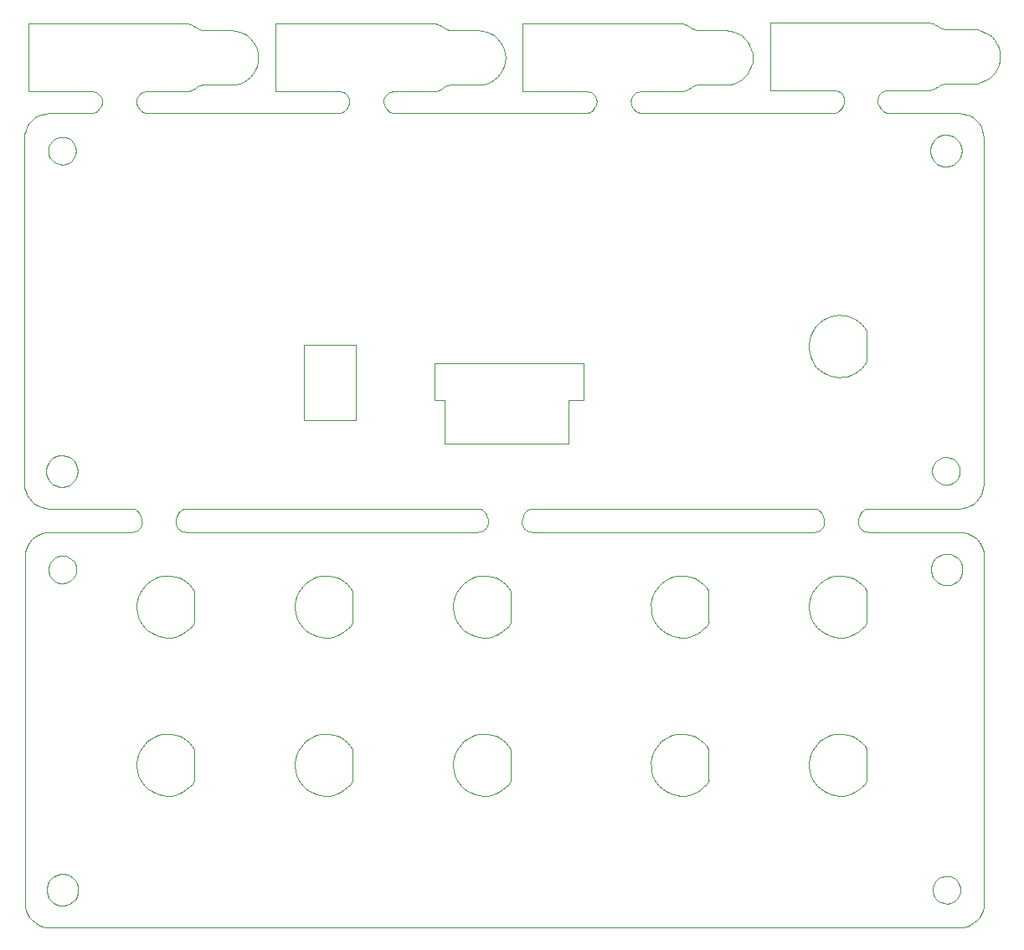
<source format=gko>
%MOIN*%
%OFA0B0*%
%FSLAX44Y44*%
%IPPOS*%
%LPD*%
%ADD10C,0*%
D10*
X00036883Y00017902D02*
X00036883Y00017902D01*
X00036764Y00017908D01*
X00036649Y00017940D01*
X00036544Y00017996D01*
X00036453Y00018073D01*
X00036381Y00018168D01*
X00036331Y00018276D01*
X00036305Y00018393D01*
X00036305Y00018512D01*
X00036331Y00018628D01*
X00036381Y00018737D01*
X00036453Y00018831D01*
X00036544Y00018909D01*
X00036649Y00018964D01*
X00036764Y00018996D01*
X00036883Y00019003D01*
X00037001Y00018983D01*
X00037111Y00018939D01*
X00037210Y00018872D01*
X00037292Y00018786D01*
X00037353Y00018684D01*
X00037391Y00018571D01*
X00037404Y00018452D01*
X00037391Y00018334D01*
X00037353Y00018221D01*
X00037292Y00018119D01*
X00037210Y00018032D01*
X00037111Y00017965D01*
X00037001Y00017921D01*
X00036883Y00017902D01*
X00001690Y00017817D02*
X00001690Y00017817D01*
X00001554Y00017825D01*
X00001422Y00017861D01*
X00001302Y00017925D01*
X00001198Y00018013D01*
X00001116Y00018122D01*
X00001058Y00018245D01*
X00001029Y00018378D01*
X00001029Y00018515D01*
X00001058Y00018648D01*
X00001116Y00018771D01*
X00001198Y00018880D01*
X00001302Y00018968D01*
X00001422Y00019032D01*
X00001554Y00019068D01*
X00001690Y00019075D01*
X00001824Y00019053D01*
X00001950Y00019003D01*
X00002063Y00018926D01*
X00002157Y00018828D01*
X00002227Y00018711D01*
X00002271Y00018582D01*
X00002285Y00018446D01*
X00002271Y00018311D01*
X00002227Y00018182D01*
X00002157Y00018065D01*
X00002063Y00017966D01*
X00001950Y00017890D01*
X00001824Y00017839D01*
X00001690Y00017817D01*
X00016894Y00019543D02*
X00016894Y00019543D01*
X00016894Y00021275D01*
X00016500Y00021275D01*
X00016500Y00022732D01*
X00022406Y00022732D01*
X00022406Y00021275D01*
X00021815Y00021275D01*
X00021815Y00019543D01*
X00016894Y00019543D01*
X00011303Y00020488D02*
X00011303Y00020488D01*
X00011303Y00023480D01*
X00013351Y00023480D01*
X00013351Y00020488D01*
X00011303Y00020488D01*
X00032583Y00022190D02*
X00032583Y00022190D01*
X00032419Y00022205D01*
X00032258Y00022243D01*
X00032103Y00022301D01*
X00031958Y00022380D01*
X00031824Y00022477D01*
X00031705Y00022592D01*
X00031602Y00022721D01*
X00031517Y00022863D01*
X00031452Y00023015D01*
X00031408Y00023174D01*
X00031385Y00023338D01*
X00031384Y00023503D01*
X00031406Y00023667D01*
X00031449Y00023826D01*
X00031513Y00023979D01*
X00031597Y00024121D01*
X00031699Y00024251D01*
X00031818Y00024366D01*
X00031950Y00024465D01*
X00032095Y00024544D01*
X00032249Y00024604D01*
X00032410Y00024643D01*
X00032574Y00024660D01*
X00032740Y00024654D01*
X00032903Y00024627D01*
X00033060Y00024578D01*
X00033210Y00024509D01*
X00033350Y00024420D01*
X00033476Y00024313D01*
X00033587Y00024191D01*
X00033681Y00024055D01*
X00033685Y00022803D01*
X00033685Y00022802D01*
X00033592Y00022665D01*
X00033482Y00022542D01*
X00033357Y00022435D01*
X00033218Y00022345D01*
X00033069Y00022274D01*
X00032911Y00022224D01*
X00032748Y00022196D01*
X00032583Y00022190D01*
X00001686Y00030658D02*
X00001686Y00030658D01*
X00001567Y00030664D01*
X00001452Y00030696D01*
X00001347Y00030752D01*
X00001256Y00030829D01*
X00001184Y00030924D01*
X00001134Y00031032D01*
X00001108Y00031149D01*
X00001108Y00031268D01*
X00001134Y00031384D01*
X00001184Y00031492D01*
X00001256Y00031587D01*
X00001347Y00031664D01*
X00001452Y00031720D01*
X00001567Y00031752D01*
X00001686Y00031759D01*
X00001804Y00031739D01*
X00001915Y00031695D01*
X00002013Y00031628D01*
X00002095Y00031542D01*
X00002157Y00031440D01*
X00002195Y00031327D01*
X00002208Y00031208D01*
X00002195Y00031090D01*
X00002157Y00030977D01*
X00002095Y00030875D01*
X00002013Y00030788D01*
X00001915Y00030721D01*
X00001804Y00030677D01*
X00001686Y00030658D01*
X00036887Y00030579D02*
X00036887Y00030579D01*
X00036751Y00030587D01*
X00036620Y00030623D01*
X00036500Y00030687D01*
X00036396Y00030775D01*
X00036313Y00030883D01*
X00036256Y00031007D01*
X00036227Y00031140D01*
X00036227Y00031276D01*
X00036256Y00031409D01*
X00036313Y00031533D01*
X00036396Y00031641D01*
X00036500Y00031730D01*
X00036620Y00031793D01*
X00036751Y00031830D01*
X00036887Y00031837D01*
X00037022Y00031815D01*
X00037148Y00031765D01*
X00037261Y00031688D01*
X00037355Y00031589D01*
X00037425Y00031473D01*
X00037468Y00031344D01*
X00037483Y00031208D01*
X00037468Y00031073D01*
X00037425Y00030944D01*
X00037355Y00030827D01*
X00037261Y00030728D01*
X00037148Y00030652D01*
X00037022Y00030601D01*
X00036887Y00030579D01*
X00032341Y00032704D02*
X00032341Y00032704D01*
X00024744Y00032704D01*
X00024744Y00032704D01*
X00024726Y00032705D01*
X00024707Y00032706D01*
X00024688Y00032708D01*
X00024669Y00032712D01*
X00024650Y00032716D01*
X00024632Y00032721D01*
X00024614Y00032727D01*
X00024596Y00032733D01*
X00024579Y00032741D01*
X00024562Y00032749D01*
X00024545Y00032758D01*
X00024529Y00032768D01*
X00024513Y00032779D01*
X00024498Y00032791D01*
X00024484Y00032803D01*
X00024470Y00032816D01*
X00024457Y00032829D01*
X00024444Y00032844D01*
X00024432Y00032858D01*
X00024421Y00032874D01*
X00024371Y00032946D01*
X00024349Y00032982D01*
X00024330Y00033021D01*
X00024316Y00033061D01*
X00024307Y00033103D01*
X00024302Y00033145D01*
X00024302Y00033188D01*
X00024306Y00033231D01*
X00024315Y00033273D01*
X00024328Y00033313D01*
X00024346Y00033352D01*
X00024368Y00033389D01*
X00024394Y00033423D01*
X00024423Y00033455D01*
X00024456Y00033482D01*
X00024491Y00033507D01*
X00024529Y00033527D01*
X00024569Y00033543D01*
X00024610Y00033554D01*
X00024652Y00033561D01*
X00024695Y00033563D01*
X00026239Y00033563D01*
X00026286Y00033566D01*
X00026332Y00033572D01*
X00026378Y00033580D01*
X00026423Y00033592D01*
X00026468Y00033606D01*
X00026512Y00033623D01*
X00026554Y00033642D01*
X00026595Y00033665D01*
X00026635Y00033690D01*
X00026673Y00033717D01*
X00026706Y00033739D01*
X00026740Y00033760D01*
X00026776Y00033778D01*
X00026812Y00033794D01*
X00026850Y00033808D01*
X00026888Y00033819D01*
X00026927Y00033828D01*
X00026967Y00033834D01*
X00027007Y00033838D01*
X00027047Y00033840D01*
X00028070Y00033840D01*
X00028070Y00033839D01*
X00028240Y00033852D01*
X00028405Y00033892D01*
X00028562Y00033957D01*
X00028706Y00034046D01*
X00028836Y00034156D01*
X00028946Y00034285D01*
X00029035Y00034430D01*
X00029100Y00034587D01*
X00029139Y00034752D01*
X00029153Y00034921D01*
X00029139Y00035091D01*
X00029100Y00035256D01*
X00029035Y00035413D01*
X00028946Y00035557D01*
X00028836Y00035686D01*
X00028706Y00035797D01*
X00028562Y00035885D01*
X00028405Y00035950D01*
X00028240Y00035990D01*
X00028070Y00036003D01*
X00027047Y00036003D01*
X00027006Y00036005D01*
X00026965Y00036009D01*
X00026925Y00036015D01*
X00026885Y00036024D01*
X00026845Y00036036D01*
X00026807Y00036050D01*
X00026769Y00036067D01*
X00026733Y00036086D01*
X00026698Y00036108D01*
X00026665Y00036131D01*
X00026627Y00036157D01*
X00026588Y00036181D01*
X00026548Y00036202D01*
X00026506Y00036221D01*
X00026463Y00036237D01*
X00026419Y00036251D01*
X00026375Y00036262D01*
X00026330Y00036270D01*
X00026285Y00036275D01*
X00026239Y00036278D01*
X00019999Y00036278D01*
X00020000Y00033562D01*
X00020000Y00033563D01*
X00022548Y00033563D01*
X00022591Y00033561D01*
X00022633Y00033554D01*
X00022675Y00033543D01*
X00022714Y00033527D01*
X00022752Y00033507D01*
X00022788Y00033482D01*
X00022820Y00033455D01*
X00022849Y00033423D01*
X00022875Y00033389D01*
X00022897Y00033352D01*
X00022915Y00033313D01*
X00022928Y00033273D01*
X00022937Y00033231D01*
X00022942Y00033188D01*
X00022941Y00033145D01*
X00022936Y00033103D01*
X00022927Y00033061D01*
X00022913Y00033021D01*
X00022894Y00032982D01*
X00022872Y00032946D01*
X00022822Y00032874D01*
X00022811Y00032858D01*
X00022799Y00032844D01*
X00022786Y00032829D01*
X00022773Y00032816D01*
X00022759Y00032803D01*
X00022745Y00032791D01*
X00022730Y00032779D01*
X00022714Y00032768D01*
X00022698Y00032758D01*
X00022681Y00032749D01*
X00022664Y00032741D01*
X00022647Y00032733D01*
X00022629Y00032727D01*
X00022611Y00032721D01*
X00022593Y00032716D01*
X00022574Y00032712D01*
X00022555Y00032708D01*
X00022537Y00032706D01*
X00022518Y00032705D01*
X00022499Y00032704D01*
X00022499Y00032704D01*
X00014902Y00032704D01*
X00014902Y00032704D01*
X00014883Y00032705D01*
X00014864Y00032706D01*
X00014845Y00032708D01*
X00014826Y00032712D01*
X00014808Y00032716D01*
X00014790Y00032721D01*
X00014772Y00032727D01*
X00014754Y00032733D01*
X00014736Y00032741D01*
X00014719Y00032749D01*
X00014703Y00032758D01*
X00014687Y00032768D01*
X00014671Y00032779D01*
X00014656Y00032791D01*
X00014641Y00032803D01*
X00014627Y00032816D01*
X00014614Y00032829D01*
X00014601Y00032844D01*
X00014590Y00032858D01*
X00014578Y00032874D01*
X00014529Y00032946D01*
X00014506Y00032982D01*
X00014488Y00033021D01*
X00014474Y00033061D01*
X00014464Y00033103D01*
X00014459Y00033145D01*
X00014459Y00033188D01*
X00014463Y00033231D01*
X00014472Y00033273D01*
X00014486Y00033313D01*
X00014504Y00033352D01*
X00014525Y00033389D01*
X00014551Y00033423D01*
X00014581Y00033455D01*
X00014613Y00033482D01*
X00014648Y00033507D01*
X00014686Y00033527D01*
X00014726Y00033543D01*
X00014767Y00033554D01*
X00014810Y00033561D01*
X00014852Y00033563D01*
X00016397Y00033563D01*
X00016443Y00033566D01*
X00016490Y00033572D01*
X00016536Y00033580D01*
X00016581Y00033592D01*
X00016626Y00033606D01*
X00016669Y00033623D01*
X00016712Y00033642D01*
X00016753Y00033665D01*
X00016792Y00033690D01*
X00016830Y00033717D01*
X00016863Y00033739D01*
X00016898Y00033760D01*
X00016933Y00033778D01*
X00016970Y00033794D01*
X00017007Y00033808D01*
X00017046Y00033819D01*
X00017085Y00033828D01*
X00017124Y00033834D01*
X00017164Y00033838D01*
X00017204Y00033840D01*
X00018228Y00033840D01*
X00018228Y00033839D01*
X00018397Y00033852D01*
X00018562Y00033892D01*
X00018719Y00033957D01*
X00018864Y00034046D01*
X00018993Y00034156D01*
X00019103Y00034285D01*
X00019192Y00034430D01*
X00019257Y00034587D01*
X00019297Y00034752D01*
X00019310Y00034921D01*
X00019297Y00035091D01*
X00019257Y00035256D01*
X00019192Y00035413D01*
X00019103Y00035557D01*
X00018993Y00035686D01*
X00018864Y00035797D01*
X00018719Y00035885D01*
X00018562Y00035950D01*
X00018397Y00035990D01*
X00018228Y00036003D01*
X00017204Y00036003D01*
X00017163Y00036005D01*
X00017122Y00036009D01*
X00017082Y00036015D01*
X00017042Y00036024D01*
X00017003Y00036036D01*
X00016964Y00036050D01*
X00016927Y00036067D01*
X00016891Y00036086D01*
X00016856Y00036108D01*
X00016822Y00036131D01*
X00016785Y00036157D01*
X00016746Y00036181D01*
X00016705Y00036202D01*
X00016663Y00036221D01*
X00016621Y00036237D01*
X00016577Y00036251D01*
X00016532Y00036262D01*
X00016487Y00036270D01*
X00016442Y00036275D01*
X00016396Y00036278D01*
X00010156Y00036278D01*
X00010157Y00033562D01*
X00010157Y00033563D01*
X00012706Y00033563D01*
X00012749Y00033561D01*
X00012791Y00033554D01*
X00012832Y00033543D01*
X00012872Y00033527D01*
X00012910Y00033507D01*
X00012945Y00033482D01*
X00012978Y00033455D01*
X00013007Y00033423D01*
X00013033Y00033389D01*
X00013055Y00033352D01*
X00013072Y00033313D01*
X00013086Y00033273D01*
X00013095Y00033231D01*
X00013099Y00033188D01*
X00013099Y00033145D01*
X00013094Y00033103D01*
X00013084Y00033061D01*
X00013070Y00033021D01*
X00013052Y00032982D01*
X00013029Y00032946D01*
X00012980Y00032874D01*
X00012969Y00032858D01*
X00012957Y00032844D01*
X00012944Y00032829D01*
X00012931Y00032816D01*
X00012917Y00032803D01*
X00012902Y00032791D01*
X00012887Y00032779D01*
X00012871Y00032768D01*
X00012855Y00032758D01*
X00012839Y00032749D01*
X00012822Y00032741D01*
X00012804Y00032733D01*
X00012787Y00032727D01*
X00012768Y00032721D01*
X00012750Y00032716D01*
X00012732Y00032712D01*
X00012713Y00032708D01*
X00012694Y00032706D01*
X00012675Y00032705D01*
X00012656Y00032704D01*
X00012656Y00032704D01*
X00005059Y00032704D01*
X00005040Y00032705D01*
X00005022Y00032706D01*
X00005003Y00032708D01*
X00004984Y00032712D01*
X00004965Y00032716D01*
X00004947Y00032721D01*
X00004929Y00032727D01*
X00004911Y00032733D01*
X00004894Y00032741D01*
X00004877Y00032749D01*
X00004860Y00032758D01*
X00004844Y00032768D01*
X00004828Y00032779D01*
X00004813Y00032791D01*
X00004799Y00032803D01*
X00004785Y00032816D01*
X00004772Y00032829D01*
X00004759Y00032844D01*
X00004747Y00032858D01*
X00004736Y00032874D01*
X00004686Y00032946D01*
X00004664Y00032982D01*
X00004645Y00033021D01*
X00004631Y00033061D01*
X00004622Y00033103D01*
X00004617Y00033145D01*
X00004616Y00033188D01*
X00004621Y00033231D01*
X00004630Y00033273D01*
X00004643Y00033313D01*
X00004661Y00033352D01*
X00004683Y00033389D01*
X00004709Y00033423D01*
X00004738Y00033455D01*
X00004771Y00033482D01*
X00004806Y00033507D01*
X00004844Y00033527D01*
X00004883Y00033543D01*
X00004925Y00033554D01*
X00004967Y00033561D01*
X00005010Y00033563D01*
X00006554Y00033563D01*
X00006601Y00033566D01*
X00006647Y00033572D01*
X00006693Y00033580D01*
X00006738Y00033592D01*
X00006783Y00033606D01*
X00006827Y00033623D01*
X00006869Y00033642D01*
X00006910Y00033665D01*
X00006950Y00033690D01*
X00006988Y00033717D01*
X00007021Y00033739D01*
X00007055Y00033760D01*
X00007091Y00033778D01*
X00007127Y00033794D01*
X00007165Y00033808D01*
X00007203Y00033819D01*
X00007242Y00033828D01*
X00007282Y00033834D01*
X00007322Y00033838D01*
X00007362Y00033840D01*
X00008385Y00033840D01*
X00008385Y00033839D01*
X00008555Y00033852D01*
X00008720Y00033892D01*
X00008877Y00033957D01*
X00009021Y00034046D01*
X00009151Y00034156D01*
X00009261Y00034285D01*
X00009350Y00034430D01*
X00009415Y00034587D01*
X00009454Y00034752D01*
X00009468Y00034921D01*
X00009454Y00035091D01*
X00009415Y00035256D01*
X00009350Y00035413D01*
X00009261Y00035557D01*
X00009151Y00035686D01*
X00009021Y00035797D01*
X00008877Y00035885D01*
X00008720Y00035950D01*
X00008555Y00035990D01*
X00008385Y00036003D01*
X00007362Y00036003D01*
X00007321Y00036005D01*
X00007280Y00036009D01*
X00007239Y00036015D01*
X00007200Y00036024D01*
X00007160Y00036036D01*
X00007122Y00036050D01*
X00007084Y00036067D01*
X00007048Y00036086D01*
X00007013Y00036108D01*
X00006980Y00036131D01*
X00006942Y00036157D01*
X00006903Y00036181D01*
X00006863Y00036202D01*
X00006821Y00036221D01*
X00006778Y00036237D01*
X00006734Y00036251D01*
X00006690Y00036262D01*
X00006645Y00036270D01*
X00006599Y00036275D01*
X00006554Y00036278D01*
X00000314Y00036278D01*
X00000314Y00033562D01*
X00000314Y00033563D01*
X00002863Y00033563D01*
X00002906Y00033561D01*
X00002948Y00033554D01*
X00002990Y00033543D01*
X00003029Y00033527D01*
X00003067Y00033507D01*
X00003102Y00033482D01*
X00003135Y00033455D01*
X00003164Y00033423D01*
X00003190Y00033389D01*
X00003212Y00033352D01*
X00003230Y00033313D01*
X00003243Y00033273D01*
X00003252Y00033231D01*
X00003257Y00033188D01*
X00003256Y00033145D01*
X00003251Y00033103D01*
X00003242Y00033061D01*
X00003228Y00033021D01*
X00003209Y00032982D01*
X00003187Y00032946D01*
X00003137Y00032874D01*
X00003126Y00032858D01*
X00003114Y00032844D01*
X00003101Y00032829D01*
X00003088Y00032816D01*
X00003074Y00032803D01*
X00003060Y00032791D01*
X00003045Y00032779D01*
X00003029Y00032768D01*
X00003013Y00032758D01*
X00002996Y00032749D01*
X00002979Y00032741D01*
X00002962Y00032733D01*
X00002944Y00032727D01*
X00002926Y00032721D01*
X00002908Y00032716D01*
X00002889Y00032712D01*
X00002870Y00032708D01*
X00002851Y00032706D01*
X00002833Y00032705D01*
X00002814Y00032704D01*
X00001145Y00032704D01*
X00000991Y00032692D01*
X00000840Y00032656D01*
X00000698Y00032597D01*
X00000566Y00032516D01*
X00000449Y00032416D01*
X00000348Y00032299D01*
X00000268Y00032167D01*
X00000208Y00032024D01*
X00000172Y00031874D01*
X00000160Y00031720D01*
X00000160Y00017941D01*
X00000172Y00017787D01*
X00000208Y00017636D01*
X00000268Y00017494D01*
X00000348Y00017362D01*
X00000449Y00017245D01*
X00000566Y00017144D01*
X00000698Y00017064D01*
X00000840Y00017004D01*
X00000991Y00016968D01*
X00001145Y00016956D01*
X00004408Y00016956D01*
X00004408Y00016956D01*
X00004434Y00016955D01*
X00004459Y00016953D01*
X00004485Y00016949D01*
X00004510Y00016943D01*
X00004535Y00016935D01*
X00004559Y00016926D01*
X00004582Y00016915D01*
X00004605Y00016903D01*
X00004627Y00016890D01*
X00004648Y00016875D01*
X00004668Y00016858D01*
X00004687Y00016840D01*
X00004705Y00016821D01*
X00004721Y00016801D01*
X00004736Y00016780D01*
X00004749Y00016758D01*
X00004762Y00016736D01*
X00004772Y00016712D01*
X00004781Y00016688D01*
X00004789Y00016663D01*
X00004827Y00016519D01*
X00004834Y00016484D01*
X00004838Y00016448D01*
X00004840Y00016412D01*
X00004837Y00016377D01*
X00004832Y00016341D01*
X00004823Y00016306D01*
X00004811Y00016272D01*
X00004796Y00016239D01*
X00004778Y00016208D01*
X00004758Y00016179D01*
X00004735Y00016151D01*
X00004709Y00016126D01*
X00004681Y00016103D01*
X00004651Y00016083D01*
X00004620Y00016066D01*
X00004587Y00016051D01*
X00004553Y00016040D01*
X00004518Y00016032D01*
X00004482Y00016027D01*
X00004446Y00016025D01*
X00004446Y00016025D01*
X00001163Y00016025D01*
X00001009Y00016013D01*
X00000859Y00015977D01*
X00000716Y00015918D01*
X00000585Y00015837D01*
X00000467Y00015737D01*
X00000367Y00015619D01*
X00000286Y00015488D01*
X00000227Y00015345D01*
X00000191Y00015195D01*
X00000179Y00015041D01*
X00000179Y00001261D01*
X00000191Y00001107D01*
X00000227Y00000957D01*
X00000286Y00000815D01*
X00000367Y00000683D01*
X00000467Y00000565D01*
X00000585Y00000465D01*
X00000716Y00000384D01*
X00000859Y00000325D01*
X00001009Y00000289D01*
X00001163Y00000277D01*
X00037384Y00000277D01*
X00037538Y00000289D01*
X00037688Y00000325D01*
X00037831Y00000384D01*
X00037962Y00000465D01*
X00038080Y00000565D01*
X00038180Y00000683D01*
X00038261Y00000815D01*
X00038320Y00000957D01*
X00038356Y00001107D01*
X00038368Y00001261D01*
X00038368Y00015041D01*
X00038356Y00015195D01*
X00038320Y00015345D01*
X00038261Y00015488D01*
X00038180Y00015619D01*
X00038080Y00015737D01*
X00037962Y00015837D01*
X00037831Y00015918D01*
X00037688Y00015977D01*
X00037538Y00016013D01*
X00037384Y00016025D01*
X00033742Y00016025D01*
X00033706Y00016027D01*
X00033670Y00016032D01*
X00033635Y00016040D01*
X00033601Y00016051D01*
X00033568Y00016066D01*
X00033537Y00016083D01*
X00033507Y00016103D01*
X00033479Y00016126D01*
X00033453Y00016151D01*
X00033430Y00016179D01*
X00033410Y00016208D01*
X00033392Y00016239D01*
X00033377Y00016272D01*
X00033365Y00016306D01*
X00033356Y00016341D01*
X00033351Y00016377D01*
X00033348Y00016412D01*
X00033349Y00016448D01*
X00033354Y00016484D01*
X00033361Y00016519D01*
X00033399Y00016663D01*
X00033407Y00016688D01*
X00033416Y00016712D01*
X00033426Y00016736D01*
X00033439Y00016758D01*
X00033452Y00016780D01*
X00033467Y00016801D01*
X00033483Y00016821D01*
X00033501Y00016840D01*
X00033520Y00016858D01*
X00033540Y00016875D01*
X00033561Y00016890D01*
X00033583Y00016903D01*
X00033605Y00016915D01*
X00033629Y00016926D01*
X00033653Y00016935D01*
X00033678Y00016943D01*
X00033703Y00016949D01*
X00033729Y00016953D01*
X00033754Y00016955D01*
X00033780Y00016956D01*
X00037365Y00016956D01*
X00037519Y00016968D01*
X00037669Y00017004D01*
X00037812Y00017064D01*
X00037944Y00017144D01*
X00038061Y00017245D01*
X00038161Y00017362D01*
X00038242Y00017494D01*
X00038301Y00017636D01*
X00038337Y00017787D01*
X00038349Y00017941D01*
X00038349Y00031720D01*
X00038337Y00031874D01*
X00038301Y00032024D01*
X00038242Y00032167D01*
X00038161Y00032299D01*
X00038061Y00032416D01*
X00037944Y00032516D01*
X00037812Y00032597D01*
X00037669Y00032656D01*
X00037519Y00032692D01*
X00037365Y00032704D01*
X00034587Y00032704D01*
X00034587Y00032704D01*
X00034567Y00032705D01*
X00034547Y00032706D01*
X00034527Y00032709D01*
X00034507Y00032712D01*
X00034488Y00032717D01*
X00034469Y00032723D01*
X00034450Y00032729D01*
X00034431Y00032736D01*
X00034413Y00032745D01*
X00034395Y00032754D01*
X00034378Y00032764D01*
X00034361Y00032775D01*
X00034345Y00032787D01*
X00034330Y00032800D01*
X00034315Y00032813D01*
X00034301Y00032828D01*
X00034287Y00032843D01*
X00034275Y00032858D01*
X00034263Y00032874D01*
X00034252Y00032891D01*
X00034183Y00033002D01*
X00034163Y00033039D01*
X00034147Y00033077D01*
X00034135Y00033117D01*
X00034128Y00033159D01*
X00034125Y00033200D01*
X00034126Y00033242D01*
X00034132Y00033283D01*
X00034142Y00033324D01*
X00034156Y00033363D01*
X00034174Y00033401D01*
X00034197Y00033436D01*
X00034223Y00033469D01*
X00034252Y00033499D01*
X00034284Y00033526D01*
X00034319Y00033549D01*
X00034356Y00033568D01*
X00034395Y00033583D01*
X00034435Y00033594D01*
X00034477Y00033601D01*
X00034518Y00033603D01*
X00036082Y00033603D01*
X00036128Y00033605D01*
X00036175Y00033611D01*
X00036221Y00033620D01*
X00036266Y00033631D01*
X00036311Y00033645D01*
X00036354Y00033662D01*
X00036397Y00033682D01*
X00036438Y00033704D01*
X00036477Y00033729D01*
X00036515Y00033756D01*
X00036548Y00033779D01*
X00036583Y00033799D01*
X00036618Y00033818D01*
X00036655Y00033834D01*
X00036692Y00033847D01*
X00036731Y00033859D01*
X00036770Y00033868D01*
X00036809Y00033874D01*
X00036849Y00033878D01*
X00036889Y00033879D01*
X00037913Y00033879D01*
X00037913Y00033878D01*
X00038082Y00033892D01*
X00038247Y00033931D01*
X00038404Y00033996D01*
X00038549Y00034085D01*
X00038678Y00034195D01*
X00038788Y00034325D01*
X00038877Y00034469D01*
X00038942Y00034626D01*
X00038982Y00034791D01*
X00038995Y00034961D01*
X00038982Y00035130D01*
X00038942Y00035295D01*
X00038877Y00035452D01*
X00038788Y00035597D01*
X00038678Y00035726D01*
X00038549Y00035836D01*
X00038404Y00035925D01*
X00038247Y00035990D01*
X00038082Y00036029D01*
X00037913Y00036043D01*
X00036889Y00036043D01*
X00036848Y00036044D01*
X00036808Y00036048D01*
X00036767Y00036055D01*
X00036727Y00036064D01*
X00036688Y00036075D01*
X00036649Y00036090D01*
X00036612Y00036106D01*
X00036576Y00036125D01*
X00036541Y00036147D01*
X00036507Y00036171D01*
X00036470Y00036197D01*
X00036431Y00036220D01*
X00036390Y00036242D01*
X00036348Y00036261D01*
X00036306Y00036277D01*
X00036262Y00036290D01*
X00036218Y00036301D01*
X00036172Y00036309D01*
X00036127Y00036315D01*
X00036081Y00036317D01*
X00029841Y00036317D01*
X00029842Y00033602D01*
X00029842Y00033603D01*
X00032410Y00033603D01*
X00032452Y00033601D01*
X00032493Y00033594D01*
X00032533Y00033583D01*
X00032572Y00033568D01*
X00032609Y00033549D01*
X00032644Y00033526D01*
X00032676Y00033499D01*
X00032706Y00033469D01*
X00032731Y00033436D01*
X00032754Y00033401D01*
X00032772Y00033363D01*
X00032786Y00033324D01*
X00032796Y00033283D01*
X00032802Y00033242D01*
X00032803Y00033200D01*
X00032800Y00033159D01*
X00032793Y00033117D01*
X00032781Y00033077D01*
X00032765Y00033039D01*
X00032745Y00033002D01*
X00032676Y00032891D01*
X00032665Y00032874D01*
X00032653Y00032858D01*
X00032641Y00032843D01*
X00032627Y00032828D01*
X00032613Y00032813D01*
X00032598Y00032800D01*
X00032583Y00032787D01*
X00032567Y00032775D01*
X00032550Y00032764D01*
X00032533Y00032754D01*
X00032515Y00032745D01*
X00032497Y00032736D01*
X00032478Y00032729D01*
X00032459Y00032723D01*
X00032440Y00032717D01*
X00032421Y00032712D01*
X00032401Y00032709D01*
X00032381Y00032706D01*
X00032361Y00032705D01*
X00032341Y00032704D01*
X00006615Y00016956D02*
X00006615Y00016956D01*
X00018187Y00016956D01*
X00018187Y00016956D01*
X00018213Y00016955D01*
X00018239Y00016953D01*
X00018264Y00016949D01*
X00018290Y00016943D01*
X00018314Y00016935D01*
X00018339Y00016926D01*
X00018362Y00016915D01*
X00018385Y00016903D01*
X00018407Y00016890D01*
X00018428Y00016875D01*
X00018448Y00016858D01*
X00018466Y00016840D01*
X00018484Y00016821D01*
X00018500Y00016801D01*
X00018515Y00016780D01*
X00018529Y00016758D01*
X00018541Y00016736D01*
X00018552Y00016712D01*
X00018561Y00016688D01*
X00018568Y00016663D01*
X00018606Y00016519D01*
X00018614Y00016484D01*
X00018618Y00016448D01*
X00018619Y00016412D01*
X00018617Y00016377D01*
X00018611Y00016341D01*
X00018603Y00016306D01*
X00018591Y00016272D01*
X00018576Y00016239D01*
X00018558Y00016208D01*
X00018537Y00016179D01*
X00018514Y00016151D01*
X00018488Y00016126D01*
X00018461Y00016103D01*
X00018431Y00016083D01*
X00018399Y00016066D01*
X00018366Y00016051D01*
X00018332Y00016040D01*
X00018297Y00016032D01*
X00018261Y00016027D01*
X00018225Y00016025D01*
X00018225Y00016025D01*
X00006577Y00016025D01*
X00006577Y00016025D01*
X00006541Y00016027D01*
X00006505Y00016032D01*
X00006470Y00016040D01*
X00006436Y00016051D01*
X00006403Y00016066D01*
X00006371Y00016083D01*
X00006342Y00016103D01*
X00006314Y00016126D01*
X00006288Y00016151D01*
X00006265Y00016179D01*
X00006244Y00016208D01*
X00006226Y00016239D01*
X00006211Y00016272D01*
X00006200Y00016306D01*
X00006191Y00016341D01*
X00006185Y00016377D01*
X00006183Y00016412D01*
X00006184Y00016448D01*
X00006188Y00016484D01*
X00006196Y00016519D01*
X00006234Y00016663D01*
X00006241Y00016688D01*
X00006250Y00016712D01*
X00006261Y00016736D01*
X00006273Y00016758D01*
X00006287Y00016780D01*
X00006302Y00016801D01*
X00006318Y00016821D01*
X00006336Y00016840D01*
X00006355Y00016858D01*
X00006374Y00016875D01*
X00006395Y00016890D01*
X00006417Y00016903D01*
X00006440Y00016915D01*
X00006464Y00016926D01*
X00006488Y00016935D01*
X00006513Y00016943D01*
X00006538Y00016949D01*
X00006563Y00016953D01*
X00006589Y00016955D01*
X00006615Y00016956D01*
X00036902Y00001223D02*
X00036902Y00001223D01*
X00036783Y00001229D01*
X00036668Y00001261D01*
X00036563Y00001317D01*
X00036472Y00001394D01*
X00036400Y00001489D01*
X00036350Y00001597D01*
X00036324Y00001714D01*
X00036324Y00001833D01*
X00036350Y00001949D01*
X00036400Y00002057D01*
X00036472Y00002152D01*
X00036563Y00002229D01*
X00036668Y00002285D01*
X00036783Y00002317D01*
X00036902Y00002324D01*
X00037019Y00002304D01*
X00037130Y00002260D01*
X00037229Y00002193D01*
X00037311Y00002107D01*
X00037372Y00002005D01*
X00037410Y00001892D01*
X00037423Y00001773D01*
X00037410Y00001655D01*
X00037372Y00001542D01*
X00037311Y00001440D01*
X00037229Y00001353D01*
X00037130Y00001286D01*
X00037019Y00001242D01*
X00036902Y00001223D01*
X00001709Y00001144D02*
X00001709Y00001144D01*
X00001573Y00001152D01*
X00001442Y00001188D01*
X00001322Y00001252D01*
X00001218Y00001340D01*
X00001135Y00001448D01*
X00001078Y00001572D01*
X00001049Y00001705D01*
X00001049Y00001841D01*
X00001078Y00001974D01*
X00001135Y00002098D01*
X00001218Y00002206D01*
X00001322Y00002295D01*
X00001442Y00002358D01*
X00001573Y00002395D01*
X00001709Y00002402D01*
X00001844Y00002380D01*
X00001970Y00002330D01*
X00002083Y00002253D01*
X00002177Y00002154D01*
X00002247Y00002038D01*
X00002290Y00001909D01*
X00002305Y00001773D01*
X00002290Y00001638D01*
X00002247Y00001509D01*
X00002177Y00001392D01*
X00002083Y00001293D01*
X00001970Y00001217D01*
X00001844Y00001166D01*
X00001709Y00001144D01*
X00005831Y00005516D02*
X00005831Y00005516D01*
X00005667Y00005532D01*
X00005506Y00005569D01*
X00005351Y00005628D01*
X00005206Y00005707D01*
X00005072Y00005804D01*
X00004953Y00005919D01*
X00004850Y00006048D01*
X00004765Y00006190D01*
X00004700Y00006342D01*
X00004656Y00006501D01*
X00004633Y00006664D01*
X00004633Y00006830D01*
X00004654Y00006994D01*
X00004697Y00007153D01*
X00004761Y00007305D01*
X00004845Y00007448D01*
X00004947Y00007578D01*
X00005066Y00007693D01*
X00005198Y00007791D01*
X00005343Y00007871D01*
X00005497Y00007931D01*
X00005658Y00007970D01*
X00005822Y00007986D01*
X00005988Y00007981D01*
X00006151Y00007954D01*
X00006308Y00007905D01*
X00006458Y00007836D01*
X00006598Y00007747D01*
X00006724Y00007640D01*
X00006835Y00007518D01*
X00006929Y00007381D01*
X00006933Y00006129D01*
X00006933Y00006129D01*
X00006840Y00005992D01*
X00006730Y00005869D01*
X00006605Y00005761D01*
X00006466Y00005672D01*
X00006317Y00005601D01*
X00006159Y00005551D01*
X00005996Y00005523D01*
X00005831Y00005516D01*
X00012130Y00005516D02*
X00012130Y00005516D01*
X00011966Y00005532D01*
X00011805Y00005569D01*
X00011650Y00005628D01*
X00011505Y00005707D01*
X00011372Y00005804D01*
X00011252Y00005919D01*
X00011149Y00006048D01*
X00011064Y00006190D01*
X00010999Y00006342D01*
X00010955Y00006501D01*
X00010932Y00006664D01*
X00010932Y00006830D01*
X00010953Y00006994D01*
X00010996Y00007153D01*
X00011060Y00007305D01*
X00011144Y00007448D01*
X00011246Y00007578D01*
X00011365Y00007693D01*
X00011498Y00007791D01*
X00011642Y00007871D01*
X00011796Y00007931D01*
X00011957Y00007970D01*
X00012122Y00007986D01*
X00012287Y00007981D01*
X00012450Y00007954D01*
X00012608Y00007905D01*
X00012758Y00007836D01*
X00012897Y00007747D01*
X00013023Y00007640D01*
X00013134Y00007518D01*
X00013228Y00007381D01*
X00013232Y00006129D01*
X00013232Y00006129D01*
X00013140Y00005992D01*
X00013030Y00005869D01*
X00012904Y00005761D01*
X00012765Y00005672D01*
X00012616Y00005601D01*
X00012458Y00005551D01*
X00012296Y00005523D01*
X00012130Y00005516D01*
X00018430Y00005516D02*
X00018430Y00005516D01*
X00018265Y00005532D01*
X00018104Y00005569D01*
X00017950Y00005628D01*
X00017804Y00005707D01*
X00017671Y00005804D01*
X00017551Y00005919D01*
X00017448Y00006048D01*
X00017364Y00006190D01*
X00017298Y00006342D01*
X00017254Y00006501D01*
X00017232Y00006664D01*
X00017231Y00006830D01*
X00017252Y00006994D01*
X00017296Y00007153D01*
X00017360Y00007305D01*
X00017443Y00007448D01*
X00017546Y00007578D01*
X00017664Y00007693D01*
X00017797Y00007791D01*
X00017942Y00007871D01*
X00018096Y00007931D01*
X00018256Y00007970D01*
X00018421Y00007986D01*
X00018586Y00007981D01*
X00018749Y00007954D01*
X00018907Y00007905D01*
X00019057Y00007836D01*
X00019196Y00007747D01*
X00019323Y00007640D01*
X00019433Y00007518D01*
X00019527Y00007381D01*
X00019531Y00006129D01*
X00019532Y00006129D01*
X00019439Y00005992D01*
X00019329Y00005869D01*
X00019203Y00005761D01*
X00019065Y00005672D01*
X00018915Y00005601D01*
X00018758Y00005551D01*
X00018595Y00005523D01*
X00018430Y00005516D01*
X00026304Y00005516D02*
X00026304Y00005516D01*
X00026139Y00005532D01*
X00025978Y00005569D01*
X00025824Y00005628D01*
X00025678Y00005707D01*
X00025545Y00005804D01*
X00025425Y00005919D01*
X00025322Y00006048D01*
X00025238Y00006190D01*
X00025172Y00006342D01*
X00025128Y00006501D01*
X00025106Y00006664D01*
X00025105Y00006830D01*
X00025126Y00006994D01*
X00025170Y00007153D01*
X00025234Y00007305D01*
X00025317Y00007448D01*
X00025420Y00007578D01*
X00025538Y00007693D01*
X00025671Y00007791D01*
X00025816Y00007871D01*
X00025970Y00007931D01*
X00026130Y00007970D01*
X00026295Y00007986D01*
X00026460Y00007981D01*
X00026623Y00007954D01*
X00026781Y00007905D01*
X00026931Y00007836D01*
X00027070Y00007747D01*
X00027197Y00007640D01*
X00027307Y00007518D01*
X00027401Y00007381D01*
X00027405Y00006129D01*
X00027406Y00006129D01*
X00027313Y00005992D01*
X00027203Y00005869D01*
X00027077Y00005761D01*
X00026939Y00005672D01*
X00026789Y00005601D01*
X00026632Y00005551D01*
X00026469Y00005523D01*
X00026304Y00005516D01*
X00032603Y00005516D02*
X00032603Y00005516D01*
X00032438Y00005532D01*
X00032277Y00005569D01*
X00032123Y00005628D01*
X00031977Y00005707D01*
X00031844Y00005804D01*
X00031725Y00005919D01*
X00031622Y00006048D01*
X00031537Y00006190D01*
X00031472Y00006342D01*
X00031427Y00006501D01*
X00031405Y00006664D01*
X00031404Y00006830D01*
X00031426Y00006994D01*
X00031469Y00007153D01*
X00031533Y00007305D01*
X00031617Y00007448D01*
X00031719Y00007578D01*
X00031837Y00007693D01*
X00031970Y00007791D01*
X00032115Y00007871D01*
X00032269Y00007931D01*
X00032430Y00007970D01*
X00032594Y00007986D01*
X00032759Y00007981D01*
X00032922Y00007954D01*
X00033080Y00007905D01*
X00033230Y00007836D01*
X00033370Y00007747D01*
X00033496Y00007640D01*
X00033607Y00007518D01*
X00033700Y00007381D01*
X00033704Y00006129D01*
X00033705Y00006129D01*
X00033612Y00005992D01*
X00033502Y00005869D01*
X00033377Y00005761D01*
X00033238Y00005672D01*
X00033088Y00005601D01*
X00032931Y00005551D01*
X00032768Y00005523D01*
X00032603Y00005516D01*
X00005831Y00011816D02*
X00005831Y00011816D01*
X00005667Y00011831D01*
X00005506Y00011869D01*
X00005351Y00011927D01*
X00005206Y00012006D01*
X00005072Y00012103D01*
X00004953Y00012218D01*
X00004850Y00012347D01*
X00004765Y00012489D01*
X00004700Y00012641D01*
X00004656Y00012800D01*
X00004633Y00012964D01*
X00004633Y00013129D01*
X00004654Y00013293D01*
X00004697Y00013452D01*
X00004761Y00013605D01*
X00004845Y00013747D01*
X00004947Y00013877D01*
X00005066Y00013992D01*
X00005198Y00014091D01*
X00005343Y00014170D01*
X00005497Y00014230D01*
X00005658Y00014269D01*
X00005822Y00014286D01*
X00005988Y00014280D01*
X00006151Y00014253D01*
X00006308Y00014204D01*
X00006458Y00014135D01*
X00006598Y00014046D01*
X00006724Y00013939D01*
X00006835Y00013817D01*
X00006929Y00013681D01*
X00006933Y00012429D01*
X00006933Y00012428D01*
X00006840Y00012291D01*
X00006730Y00012168D01*
X00006605Y00012061D01*
X00006466Y00011971D01*
X00006317Y00011900D01*
X00006159Y00011850D01*
X00005996Y00011822D01*
X00005831Y00011816D01*
X00012130Y00011816D02*
X00012130Y00011816D01*
X00011966Y00011831D01*
X00011805Y00011869D01*
X00011650Y00011927D01*
X00011505Y00012006D01*
X00011372Y00012103D01*
X00011252Y00012218D01*
X00011149Y00012347D01*
X00011064Y00012489D01*
X00010999Y00012641D01*
X00010955Y00012800D01*
X00010932Y00012964D01*
X00010932Y00013129D01*
X00010953Y00013293D01*
X00010996Y00013452D01*
X00011060Y00013605D01*
X00011144Y00013747D01*
X00011246Y00013877D01*
X00011365Y00013992D01*
X00011498Y00014091D01*
X00011642Y00014170D01*
X00011796Y00014230D01*
X00011957Y00014269D01*
X00012122Y00014286D01*
X00012287Y00014280D01*
X00012450Y00014253D01*
X00012608Y00014204D01*
X00012758Y00014135D01*
X00012897Y00014046D01*
X00013023Y00013939D01*
X00013134Y00013817D01*
X00013228Y00013681D01*
X00013232Y00012429D01*
X00013232Y00012428D01*
X00013140Y00012291D01*
X00013030Y00012168D01*
X00012904Y00012061D01*
X00012765Y00011971D01*
X00012616Y00011900D01*
X00012458Y00011850D01*
X00012296Y00011822D01*
X00012130Y00011816D01*
X00018430Y00011816D02*
X00018430Y00011816D01*
X00018265Y00011831D01*
X00018104Y00011869D01*
X00017950Y00011927D01*
X00017804Y00012006D01*
X00017671Y00012103D01*
X00017551Y00012218D01*
X00017448Y00012347D01*
X00017364Y00012489D01*
X00017298Y00012641D01*
X00017254Y00012800D01*
X00017232Y00012964D01*
X00017231Y00013129D01*
X00017252Y00013293D01*
X00017296Y00013452D01*
X00017360Y00013605D01*
X00017443Y00013747D01*
X00017546Y00013877D01*
X00017664Y00013992D01*
X00017797Y00014091D01*
X00017942Y00014170D01*
X00018096Y00014230D01*
X00018256Y00014269D01*
X00018421Y00014286D01*
X00018586Y00014280D01*
X00018749Y00014253D01*
X00018907Y00014204D01*
X00019057Y00014135D01*
X00019196Y00014046D01*
X00019323Y00013939D01*
X00019433Y00013817D01*
X00019527Y00013681D01*
X00019531Y00012429D01*
X00019532Y00012428D01*
X00019439Y00012291D01*
X00019329Y00012168D01*
X00019203Y00012061D01*
X00019065Y00011971D01*
X00018915Y00011900D01*
X00018758Y00011850D01*
X00018595Y00011822D01*
X00018430Y00011816D01*
X00026304Y00011816D02*
X00026304Y00011816D01*
X00026139Y00011831D01*
X00025978Y00011869D01*
X00025824Y00011927D01*
X00025678Y00012006D01*
X00025545Y00012103D01*
X00025425Y00012218D01*
X00025322Y00012347D01*
X00025238Y00012489D01*
X00025172Y00012641D01*
X00025128Y00012800D01*
X00025106Y00012964D01*
X00025105Y00013129D01*
X00025126Y00013293D01*
X00025170Y00013452D01*
X00025234Y00013605D01*
X00025317Y00013747D01*
X00025420Y00013877D01*
X00025538Y00013992D01*
X00025671Y00014091D01*
X00025816Y00014170D01*
X00025970Y00014230D01*
X00026130Y00014269D01*
X00026295Y00014286D01*
X00026460Y00014280D01*
X00026623Y00014253D01*
X00026781Y00014204D01*
X00026931Y00014135D01*
X00027070Y00014046D01*
X00027197Y00013939D01*
X00027307Y00013817D01*
X00027401Y00013681D01*
X00027405Y00012429D01*
X00027406Y00012428D01*
X00027313Y00012291D01*
X00027203Y00012168D01*
X00027077Y00012061D01*
X00026939Y00011971D01*
X00026789Y00011900D01*
X00026632Y00011850D01*
X00026469Y00011822D01*
X00026304Y00011816D01*
X00032603Y00011816D02*
X00032603Y00011816D01*
X00032438Y00011831D01*
X00032277Y00011869D01*
X00032123Y00011927D01*
X00031977Y00012006D01*
X00031844Y00012103D01*
X00031725Y00012218D01*
X00031622Y00012347D01*
X00031537Y00012489D01*
X00031472Y00012641D01*
X00031427Y00012800D01*
X00031405Y00012964D01*
X00031404Y00013129D01*
X00031426Y00013293D01*
X00031469Y00013452D01*
X00031533Y00013605D01*
X00031617Y00013747D01*
X00031719Y00013877D01*
X00031837Y00013992D01*
X00031970Y00014091D01*
X00032115Y00014170D01*
X00032269Y00014230D01*
X00032430Y00014269D01*
X00032594Y00014286D01*
X00032759Y00014280D01*
X00032922Y00014253D01*
X00033080Y00014204D01*
X00033230Y00014135D01*
X00033370Y00014046D01*
X00033496Y00013939D01*
X00033607Y00013817D01*
X00033700Y00013681D01*
X00033704Y00012429D01*
X00033705Y00012428D01*
X00033612Y00012291D01*
X00033502Y00012168D01*
X00033377Y00012061D01*
X00033238Y00011971D01*
X00033088Y00011900D01*
X00032931Y00011850D01*
X00032768Y00011822D01*
X00032603Y00011816D01*
X00001705Y00013979D02*
X00001705Y00013979D01*
X00001586Y00013985D01*
X00001471Y00014017D01*
X00001366Y00014073D01*
X00001275Y00014150D01*
X00001203Y00014245D01*
X00001153Y00014353D01*
X00001127Y00014469D01*
X00001127Y00014589D01*
X00001153Y00014705D01*
X00001203Y00014813D01*
X00001275Y00014908D01*
X00001366Y00014985D01*
X00001471Y00015041D01*
X00001586Y00015073D01*
X00001705Y00015079D01*
X00001823Y00015060D01*
X00001933Y00015016D01*
X00002032Y00014949D01*
X00002114Y00014863D01*
X00002175Y00014761D01*
X00002213Y00014648D01*
X00002226Y00014529D01*
X00002213Y00014411D01*
X00002175Y00014298D01*
X00002114Y00014196D01*
X00002032Y00014109D01*
X00001933Y00014042D01*
X00001823Y00013998D01*
X00001705Y00013979D01*
X00036906Y00013900D02*
X00036906Y00013900D01*
X00036770Y00013907D01*
X00036639Y00013944D01*
X00036518Y00014008D01*
X00036415Y00014096D01*
X00036332Y00014204D01*
X00036275Y00014328D01*
X00036246Y00014461D01*
X00036246Y00014597D01*
X00036275Y00014730D01*
X00036332Y00014854D01*
X00036415Y00014962D01*
X00036518Y00015050D01*
X00036639Y00015114D01*
X00036770Y00015151D01*
X00036906Y00015158D01*
X00037040Y00015136D01*
X00037167Y00015086D01*
X00037280Y00015009D01*
X00037373Y00014910D01*
X00037444Y00014794D01*
X00037487Y00014664D01*
X00037502Y00014529D01*
X00037487Y00014394D01*
X00037444Y00014265D01*
X00037373Y00014148D01*
X00037280Y00014049D01*
X00037167Y00013973D01*
X00037040Y00013922D01*
X00036906Y00013900D01*
X00020356Y00016025D02*
X00020356Y00016025D01*
X00031611Y00016025D01*
X00031647Y00016027D01*
X00031683Y00016032D01*
X00031718Y00016040D01*
X00031752Y00016051D01*
X00031785Y00016066D01*
X00031817Y00016083D01*
X00031846Y00016103D01*
X00031874Y00016126D01*
X00031900Y00016151D01*
X00031923Y00016179D01*
X00031944Y00016208D01*
X00031962Y00016239D01*
X00031977Y00016272D01*
X00031988Y00016306D01*
X00031997Y00016341D01*
X00032003Y00016377D01*
X00032005Y00016412D01*
X00032004Y00016448D01*
X00031999Y00016484D01*
X00031992Y00016519D01*
X00031954Y00016663D01*
X00031947Y00016688D01*
X00031937Y00016712D01*
X00031927Y00016736D01*
X00031915Y00016758D01*
X00031901Y00016780D01*
X00031886Y00016801D01*
X00031870Y00016821D01*
X00031852Y00016840D01*
X00031833Y00016858D01*
X00031814Y00016875D01*
X00031793Y00016890D01*
X00031771Y00016903D01*
X00031748Y00016915D01*
X00031724Y00016926D01*
X00031700Y00016935D01*
X00031675Y00016943D01*
X00031650Y00016949D01*
X00031625Y00016953D01*
X00031599Y00016955D01*
X00031573Y00016956D01*
X00020394Y00016956D01*
X00020394Y00016956D01*
X00020368Y00016955D01*
X00020343Y00016953D01*
X00020317Y00016949D01*
X00020292Y00016943D01*
X00020267Y00016935D01*
X00020243Y00016926D01*
X00020220Y00016915D01*
X00020197Y00016903D01*
X00020175Y00016890D01*
X00020154Y00016875D01*
X00020134Y00016858D01*
X00020115Y00016840D01*
X00020098Y00016821D01*
X00020081Y00016801D01*
X00020066Y00016780D01*
X00020053Y00016758D01*
X00020041Y00016736D01*
X00020030Y00016712D01*
X00020021Y00016688D01*
X00020014Y00016663D01*
X00019976Y00016519D01*
X00019968Y00016484D01*
X00019964Y00016448D01*
X00019963Y00016412D01*
X00019965Y00016377D01*
X00019970Y00016341D01*
X00019979Y00016306D01*
X00019991Y00016272D01*
X00020006Y00016239D01*
X00020024Y00016208D01*
X00020044Y00016179D01*
X00020068Y00016151D01*
X00020093Y00016126D01*
X00020121Y00016103D01*
X00020151Y00016083D01*
X00020182Y00016066D01*
X00020215Y00016051D01*
X00020250Y00016040D01*
X00020285Y00016032D01*
X00020320Y00016027D01*
X00020356Y00016025D01*
M02*
</source>
